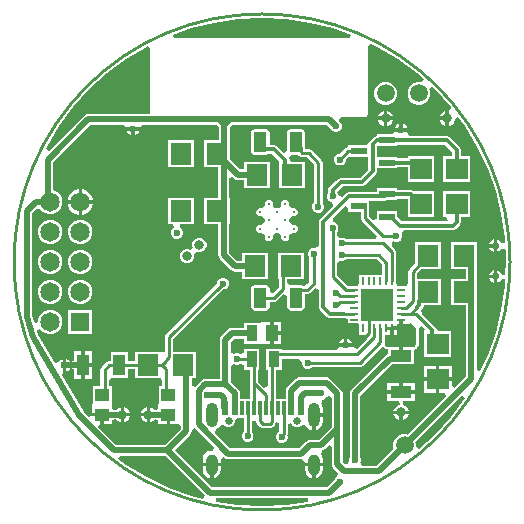
<source format=gtl>
G04*
G04 #@! TF.GenerationSoftware,Altium Limited,Altium Designer,23.4.1 (23)*
G04*
G04 Layer_Physical_Order=1*
G04 Layer_Color=255*
%FSLAX44Y44*%
%MOMM*%
G71*
G04*
G04 #@! TF.SameCoordinates,89D196A3-88CA-4BC0-B6F8-5B7F0D742441*
G04*
G04*
G04 #@! TF.FilePolarity,Positive*
G04*
G01*
G75*
%ADD22R,1.8000X1.8400*%
%ADD23R,0.6000X1.1500*%
%ADD24R,0.3000X1.1500*%
%ADD25R,1.2000X1.0000*%
G04:AMPARAMS|DCode=26|XSize=1.1mm|YSize=1.73mm|CornerRadius=0.11mm|HoleSize=0mm|Usage=FLASHONLY|Rotation=180.000|XOffset=0mm|YOffset=0mm|HoleType=Round|Shape=RoundedRectangle|*
%AMROUNDEDRECTD26*
21,1,1.1000,1.5100,0,0,180.0*
21,1,0.8800,1.7300,0,0,180.0*
1,1,0.2200,-0.4400,0.7550*
1,1,0.2200,0.4400,0.7550*
1,1,0.2200,0.4400,-0.7550*
1,1,0.2200,-0.4400,-0.7550*
%
%ADD26ROUNDEDRECTD26*%
%ADD27R,1.8000X1.0000*%
%ADD28R,0.7000X0.2500*%
%ADD29R,0.2500X0.7000*%
%ADD30R,1.3500X0.6000*%
%ADD31R,1.8400X1.8000*%
%ADD32R,1.1000X1.4000*%
%ADD33R,0.9000X1.4000*%
%ADD34R,1.0000X1.8000*%
%ADD41R,2.7500X2.7500*%
%ADD55C,0.2540*%
%ADD56C,0.5000*%
%ADD57C,0.2300*%
%ADD58C,0.3000*%
%ADD59C,0.3000*%
%ADD60C,1.5000*%
%ADD61O,1.0000X1.8000*%
%ADD62C,0.6500*%
%ADD63O,1.0000X2.1000*%
%ADD64C,1.6500*%
%ADD65R,1.6500X1.6500*%
%ADD66C,0.6000*%
%ADD67C,0.8000*%
G36*
X237528Y416954D02*
X257591Y413978D01*
X277266Y409049D01*
X292315Y403665D01*
X291794Y400665D01*
X142746D01*
X142225Y403665D01*
X157274Y409049D01*
X176949Y413978D01*
X197012Y416954D01*
X217270Y417949D01*
X237528Y416954D01*
D02*
G37*
G36*
X314698Y393545D02*
X332095Y383117D01*
X348386Y371035D01*
X354149Y365811D01*
X352520Y363239D01*
X351890Y363500D01*
X348110D01*
X344619Y362054D01*
X341946Y359381D01*
X340500Y355890D01*
Y352110D01*
X341946Y348619D01*
X344619Y345946D01*
X348110Y344500D01*
X351890D01*
X355381Y345946D01*
X358054Y348619D01*
X359500Y352110D01*
Y355890D01*
X358821Y357528D01*
X361335Y359298D01*
X363414Y357414D01*
X377035Y342386D01*
X377374Y341928D01*
X375500Y339527D01*
Y333000D01*
Y326543D01*
X377705Y327456D01*
X379544Y329295D01*
X380540Y331699D01*
Y332624D01*
X383540Y333615D01*
X389117Y326095D01*
X399545Y308698D01*
X408217Y290363D01*
X415049Y271266D01*
X419978Y251591D01*
X422954Y231528D01*
X423144Y227655D01*
X420173Y226988D01*
X419697Y228138D01*
X418138Y229697D01*
X416500Y230375D01*
Y225000D01*
Y219625D01*
X418138Y220303D01*
X419697Y221862D01*
X422998Y221994D01*
X423434Y221748D01*
X423949Y211270D01*
X423415Y200403D01*
X420540Y200102D01*
X419697Y202138D01*
X418138Y203697D01*
X416500Y204375D01*
Y199000D01*
Y193625D01*
X418138Y194303D01*
X419697Y195862D01*
X420255Y197209D01*
X423225Y196542D01*
X422954Y191012D01*
X419978Y170949D01*
X415049Y151274D01*
X408217Y132177D01*
X402088Y119220D01*
X399088Y119894D01*
Y179500D01*
X399000Y179943D01*
Y192057D01*
X399088Y192500D01*
Y210174D01*
X399000Y210618D01*
Y227874D01*
X377000D01*
Y205474D01*
X389912D01*
Y197200D01*
X377000D01*
Y174800D01*
X389912D01*
Y114401D01*
X380512Y105000D01*
X377740Y106148D01*
Y110500D01*
X367500D01*
Y100460D01*
X372052D01*
X373200Y97688D01*
X340683Y65171D01*
X339890Y65500D01*
X336110D01*
X332619Y64054D01*
X329946Y61381D01*
X328500Y57890D01*
Y54110D01*
X328829Y53317D01*
X314100Y38588D01*
X301902D01*
X301089Y39849D01*
X300413Y41588D01*
X301000Y43005D01*
Y44995D01*
X300588Y45989D01*
Y98099D01*
X327401Y124912D01*
X332500D01*
X332943Y125000D01*
X346000D01*
Y134711D01*
X347050Y137436D01*
X347526Y137784D01*
X348071Y138009D01*
X348173Y138256D01*
X348388Y138413D01*
X349849Y140808D01*
X349939Y141391D01*
X350165Y141935D01*
Y155000D01*
X349999Y155401D01*
X352542Y157101D01*
X355340Y154303D01*
X354800Y153000D01*
X354800D01*
Y131000D01*
X377200D01*
Y153000D01*
X367817D01*
X365046Y153743D01*
X363936Y156421D01*
X363936D01*
X352817Y167540D01*
X352641Y167861D01*
X352057Y170699D01*
X353179Y171821D01*
X354288Y174500D01*
X357060Y174800D01*
X369000D01*
Y197200D01*
X348247D01*
Y201716D01*
X352006Y205474D01*
X369000D01*
Y227874D01*
X347000D01*
Y210480D01*
X342205Y205684D01*
X341168Y203181D01*
Y193370D01*
X340250Y190750D01*
X334066D01*
X331290Y191290D01*
X330849Y194290D01*
X331039Y194750D01*
Y219500D01*
X330003Y222003D01*
X327277Y224728D01*
X327742Y228506D01*
X328168Y228761D01*
X330005Y228000D01*
X331995D01*
X333832Y228761D01*
X335239Y230168D01*
X336000Y232005D01*
Y233995D01*
X335496Y235212D01*
X336390Y237303D01*
X337102Y238212D01*
X379000D01*
X379000Y238212D01*
X381679Y239321D01*
X384679Y242321D01*
X384679Y242321D01*
X385788Y245000D01*
Y249000D01*
X393200D01*
Y271000D01*
X370800D01*
Y249000D01*
X373276D01*
X374756Y246000D01*
X374593Y245788D01*
X335819D01*
X331750Y249858D01*
Y254500D01*
X314250D01*
Y247998D01*
X311250Y246756D01*
X308019Y249986D01*
Y257270D01*
X307750Y257920D01*
Y263212D01*
X321500D01*
X321500Y263212D01*
X322196Y263500D01*
X331750D01*
Y264712D01*
X340800D01*
Y249000D01*
X363200D01*
Y271000D01*
X346158D01*
X345979Y271179D01*
X343300Y272288D01*
X343300Y272288D01*
X331750D01*
Y273500D01*
X314250D01*
Y270788D01*
X290757D01*
X288079Y269679D01*
X288079Y269679D01*
X285000Y266600D01*
X282000Y267843D01*
Y267995D01*
X281239Y269832D01*
X280789Y270282D01*
Y270387D01*
X284966Y274564D01*
X284966Y274564D01*
X284966Y274564D01*
X285614Y275212D01*
X302000D01*
X302000Y275212D01*
X304679Y276321D01*
X313679Y285321D01*
X313679Y285321D01*
X314788Y288000D01*
Y290500D01*
X331750D01*
Y291712D01*
X340800D01*
Y279000D01*
X363200D01*
Y301000D01*
X340800D01*
Y299288D01*
X331750D01*
Y300500D01*
X314788D01*
Y309173D01*
X315115Y309500D01*
X331750D01*
Y310712D01*
X371931D01*
X378212Y304431D01*
Y301000D01*
X370800D01*
Y279000D01*
X393200D01*
Y301000D01*
X385788D01*
Y306000D01*
X385788Y306000D01*
X384679Y308679D01*
X384679D01*
X376179Y317179D01*
X373500Y318288D01*
X373500Y318288D01*
X342045D01*
X342042Y318291D01*
X340288Y321288D01*
X340375Y321500D01*
X329086D01*
X327206Y319500D01*
X314250D01*
Y318078D01*
X312079Y317179D01*
X312079Y317179D01*
X308321Y313421D01*
X307212Y310743D01*
X304440Y310000D01*
X290250D01*
Y308539D01*
X290000D01*
X287497Y307503D01*
X282994Y303000D01*
X282005D01*
X280168Y302239D01*
X278761Y300832D01*
X278000Y298995D01*
Y297005D01*
X278761Y295168D01*
X280168Y293761D01*
X282005Y293000D01*
X283995D01*
X285832Y293761D01*
X287239Y295168D01*
X288000Y297005D01*
Y297994D01*
X288157Y298151D01*
X290250Y300000D01*
Y300000D01*
X290250Y300000D01*
X307212D01*
Y289569D01*
X300431Y282788D01*
X284044D01*
X284044Y282788D01*
X281366Y281679D01*
Y281679D01*
X279608Y279921D01*
X279608Y279921D01*
X274322Y274635D01*
X273212Y271956D01*
X273212Y271956D01*
Y270283D01*
X272761Y269832D01*
X272000Y267995D01*
Y266005D01*
X272761Y264168D01*
X274168Y262761D01*
X276005Y262000D01*
X276157D01*
X277400Y259000D01*
X272821Y254421D01*
X272821Y254421D01*
X266321Y247921D01*
X265212Y245243D01*
X265212Y245243D01*
Y224779D01*
X262212Y222910D01*
X261995Y223000D01*
X260005D01*
X258168Y222239D01*
X256761Y220832D01*
X256000Y218995D01*
Y217005D01*
X256761Y215168D01*
X257461Y214468D01*
Y194393D01*
X255392Y192323D01*
X252873Y190923D01*
X250500Y191905D01*
X241700D01*
X241103Y191658D01*
X238103Y193618D01*
Y196567D01*
X252694D01*
Y218967D01*
X230694D01*
Y196567D01*
X231284D01*
Y189529D01*
X226655Y184901D01*
X223655Y185924D01*
Y188550D01*
X222673Y190923D01*
X220300Y191905D01*
X211500D01*
X209127Y190923D01*
X208145Y188550D01*
Y173450D01*
X209127Y171077D01*
X211500Y170095D01*
X220300D01*
X222673Y171077D01*
X223655Y173450D01*
Y177358D01*
X227344D01*
X229755Y178356D01*
X235345Y183946D01*
X238345Y182704D01*
Y173450D01*
X239327Y171077D01*
X241700Y170095D01*
X250500D01*
X252873Y171077D01*
X253855Y173450D01*
Y183797D01*
X255410D01*
X257913Y184834D01*
X262212Y189133D01*
X265212Y187890D01*
Y173000D01*
X265212Y173000D01*
X266321Y170321D01*
X271821Y164821D01*
Y164821D01*
X274500Y163712D01*
X274500Y163712D01*
X286500D01*
X286750Y163815D01*
X289750Y162690D01*
Y159250D01*
X298710D01*
Y158710D01*
X299250D01*
Y149750D01*
X303710D01*
Y149210D01*
X304962D01*
X306205Y146210D01*
X297874Y137879D01*
X295840Y138068D01*
X294040Y139500D01*
X282584D01*
X280706Y136539D01*
X234000D01*
Y138000D01*
X221000D01*
Y120000D01*
X221961D01*
Y105965D01*
X219189Y104817D01*
X214039Y109966D01*
Y120000D01*
X215000D01*
Y138000D01*
X202000D01*
Y133823D01*
X199000Y133071D01*
X198832Y133239D01*
X196995Y134000D01*
X195005D01*
X193588Y133413D01*
X191849Y134089D01*
X190588Y134902D01*
Y143099D01*
X193901Y146412D01*
X202000D01*
Y142000D01*
X214684Y142000D01*
X217460Y141460D01*
X217776Y141460D01*
X224000D01*
Y151000D01*
Y160540D01*
X217776D01*
X217460Y160540D01*
X214684Y160000D01*
X214460Y160000D01*
X202000D01*
Y155588D01*
X192000D01*
X190244Y155239D01*
X188756Y154244D01*
X182756Y148244D01*
X181761Y146756D01*
X181412Y145000D01*
Y112588D01*
X169393D01*
X167638Y112239D01*
X166149Y111244D01*
X160588Y105683D01*
X159219Y105898D01*
X157588Y106758D01*
Y112802D01*
X161721D01*
Y135202D01*
X141990D01*
Y145984D01*
X184006Y188000D01*
X184995D01*
X186832Y188761D01*
X188239Y190168D01*
X189000Y192005D01*
Y193995D01*
X188239Y195832D01*
X186832Y197239D01*
X184995Y198000D01*
X183005D01*
X181168Y197239D01*
X179761Y195832D01*
X179000Y193995D01*
Y193006D01*
X135948Y149953D01*
X134911Y147451D01*
Y134894D01*
X134720Y134767D01*
X131721Y135202D01*
Y135202D01*
X109721D01*
Y127539D01*
X103500D01*
Y135000D01*
X89500D01*
Y127539D01*
X88000D01*
X85497Y126503D01*
X81497Y122503D01*
X80461Y120000D01*
Y106000D01*
X74000D01*
Y92000D01*
X74000Y92000D01*
X73460Y89540D01*
X73460Y89540D01*
X73460Y89222D01*
Y83500D01*
X82000D01*
Y82000D01*
X83500D01*
Y74460D01*
X90540D01*
Y77495D01*
X93083Y78193D01*
X93540Y78211D01*
X95295Y76456D01*
X97500Y75542D01*
Y82000D01*
Y88457D01*
X95295Y87544D01*
X93540Y85789D01*
X93083Y85807D01*
X90540Y86505D01*
Y89222D01*
X90540Y89540D01*
X90540Y89540D01*
X90000Y92000D01*
X90000Y92000D01*
Y106000D01*
X87539D01*
Y110812D01*
X89500Y113000D01*
X103500D01*
Y120461D01*
X109721D01*
Y112802D01*
X131721D01*
X132461Y110109D01*
Y106000D01*
X130000D01*
X130000Y92316D01*
X129460Y89540D01*
X129460Y89224D01*
Y86505D01*
X126918Y85807D01*
X126460Y85789D01*
X124705Y87544D01*
X122500Y88457D01*
Y82000D01*
Y75542D01*
X124705Y76456D01*
X126460Y78211D01*
X126918Y78193D01*
X129460Y77495D01*
Y74460D01*
X136500D01*
Y82000D01*
X139500D01*
Y74460D01*
X145412D01*
X146540Y74460D01*
X148412Y72235D01*
Y69900D01*
X135099Y56588D01*
X93900D01*
X78800Y71688D01*
X79948Y74460D01*
X80500D01*
Y80500D01*
X72377D01*
X70688Y79800D01*
X66144Y84345D01*
X47756Y115688D01*
X48205Y116778D01*
X48500Y117132D01*
Y124000D01*
Y129375D01*
X46862Y128697D01*
X45303Y127138D01*
X44978Y126352D01*
X41688Y126030D01*
X27792Y149718D01*
X26625Y153560D01*
X29311Y154794D01*
X32194Y151910D01*
X35961Y150350D01*
X40039D01*
X43806Y151910D01*
X46690Y154794D01*
X48250Y158561D01*
Y162639D01*
X46690Y166406D01*
X43806Y169289D01*
X40039Y170850D01*
X35961D01*
X32194Y169289D01*
X29311Y166406D01*
X27750Y162639D01*
Y160180D01*
X24750Y159734D01*
X22921Y165758D01*
Y252432D01*
X26303Y255815D01*
X29311Y256394D01*
X32194Y253510D01*
X35961Y251950D01*
X40039D01*
X43806Y253510D01*
X46690Y256394D01*
X48250Y260161D01*
Y264239D01*
X46690Y268006D01*
X43806Y270889D01*
X40388Y272306D01*
Y295899D01*
X71901Y327412D01*
X100170D01*
X102065Y325500D01*
X113935D01*
X115830Y327412D01*
X179100D01*
X180608Y325904D01*
Y314200D01*
X168000D01*
Y291800D01*
X180412D01*
Y265735D01*
X168000D01*
Y243335D01*
X180412D01*
Y217000D01*
X180761Y215244D01*
X181756Y213756D01*
X190989Y204523D01*
X192477Y203528D01*
X194233Y203179D01*
X200694D01*
Y196567D01*
X222694D01*
Y218967D01*
X200694D01*
Y212355D01*
X196133D01*
X189588Y218901D01*
Y243335D01*
X190000D01*
Y265735D01*
X189588D01*
Y282003D01*
X192360Y283152D01*
X193756Y281756D01*
X195244Y280761D01*
X197000Y280412D01*
X202000D01*
Y273800D01*
X224000D01*
Y296200D01*
X202000D01*
Y289588D01*
X198901D01*
X190000Y298489D01*
Y314200D01*
X189784D01*
Y325295D01*
X191901Y327412D01*
X272099D01*
X275349Y324162D01*
X275761Y323168D01*
X277168Y321761D01*
X279005Y321000D01*
X280995D01*
X282832Y321761D01*
X284239Y323168D01*
X285000Y325005D01*
Y326995D01*
X284239Y328832D01*
X282832Y330239D01*
X282352Y331435D01*
X284380Y334435D01*
X304950D01*
X306481Y335069D01*
X307115Y336600D01*
Y394327D01*
X309649Y395932D01*
X314698Y393545D01*
D02*
G37*
G36*
X122785Y392133D02*
Y336600D01*
X122777Y336588D01*
X70000D01*
X68244Y336239D01*
X66756Y335244D01*
X36613Y305102D01*
X34124Y306855D01*
X34995Y308698D01*
X45423Y326095D01*
X57505Y342386D01*
X71126Y357414D01*
X86154Y371035D01*
X102445Y383117D01*
X119842Y393545D01*
X120251Y393738D01*
X122785Y392133D01*
D02*
G37*
G36*
X290250Y257215D02*
Y254000D01*
X300941D01*
Y248520D01*
X301977Y246017D01*
X314683Y233311D01*
X313535Y230539D01*
X288532D01*
X287832Y231239D01*
X285995Y232000D01*
X284005D01*
X283539Y231807D01*
X280579Y233507D01*
X280539Y233564D01*
Y236468D01*
X281239Y237168D01*
X282000Y239005D01*
Y240995D01*
X281239Y242832D01*
X279832Y244239D01*
X278251Y244894D01*
X277660Y246140D01*
X277115Y248000D01*
X278179Y249064D01*
X278179Y249064D01*
X278179Y249064D01*
X287478Y258363D01*
X290250Y257215D01*
D02*
G37*
G36*
X318941Y209054D02*
Y200250D01*
X299250D01*
Y194066D01*
X298710Y191290D01*
X295710Y190849D01*
X295250Y191039D01*
X289833D01*
X280539Y200333D01*
Y210436D01*
X280579Y210493D01*
X283539Y212193D01*
X284005Y212000D01*
X285995D01*
X287832Y212761D01*
X288532Y213461D01*
X314534D01*
X318941Y209054D01*
D02*
G37*
G36*
X336250Y158710D02*
X340790D01*
Y158710D01*
X343265Y159735D01*
X348000Y155000D01*
Y141935D01*
X346540Y139540D01*
X336500D01*
Y132000D01*
X333500D01*
Y139540D01*
X323460D01*
X321000Y140844D01*
Y143036D01*
X321039Y143131D01*
Y149210D01*
X326000D01*
Y155250D01*
X327500D01*
Y156750D01*
X331290D01*
Y158710D01*
X333250D01*
Y162500D01*
X336250D01*
Y158710D01*
D02*
G37*
G36*
X202000Y124177D02*
Y120000D01*
X206961D01*
Y108500D01*
Y95025D01*
X198588D01*
Y100000D01*
X198239Y101756D01*
X197244Y103244D01*
X190588Y109901D01*
Y123098D01*
X191849Y123911D01*
X193588Y124587D01*
X195005Y124000D01*
X196995D01*
X198832Y124761D01*
X199000Y124929D01*
X202000Y124177D01*
D02*
G37*
G36*
X322446Y137627D02*
X322972Y137577D01*
X323460Y137375D01*
X324000D01*
Y133790D01*
X323744Y133739D01*
X322256Y132744D01*
X292756Y103244D01*
X291761Y101756D01*
X291412Y100000D01*
Y45989D01*
X291000Y44995D01*
Y43005D01*
X289957Y40584D01*
X289356Y39899D01*
X287530Y39958D01*
X285588Y41901D01*
Y70000D01*
Y100000D01*
X285239Y101756D01*
X284244Y103244D01*
X275244Y112244D01*
X273756Y113239D01*
X272000Y113588D01*
X249000D01*
X247244Y113239D01*
X245756Y112244D01*
X238756Y105244D01*
X237761Y103756D01*
X237412Y102000D01*
Y95025D01*
X229039D01*
Y120000D01*
X234000D01*
Y129461D01*
X248774D01*
X251000Y126994D01*
Y125005D01*
X251761Y123168D01*
X253168Y121761D01*
X255005Y121000D01*
X256995D01*
X258832Y121761D01*
X259532Y122461D01*
X300369D01*
X302872Y123497D01*
X317119Y137744D01*
X317450Y137965D01*
X319986Y138931D01*
X322446Y137627D01*
D02*
G37*
G36*
X275807Y97211D02*
X276412Y96326D01*
Y71901D01*
X265100Y60588D01*
X257564D01*
X255808Y60239D01*
X254320Y59244D01*
X248664Y53588D01*
X190291D01*
X177775Y66103D01*
X178615Y69506D01*
X180236Y70589D01*
X181713Y72800D01*
X183001Y73129D01*
X184987Y73213D01*
X186126Y72074D01*
X188056Y71275D01*
X190144D01*
X192074Y72074D01*
X193551Y73551D01*
X194350Y75481D01*
Y77569D01*
X196787Y79525D01*
X201961D01*
Y68032D01*
X200761Y66832D01*
X200000Y64995D01*
Y63005D01*
X200761Y61168D01*
X202168Y59761D01*
X204005Y59000D01*
X205995D01*
X207832Y59761D01*
X209239Y61168D01*
X210000Y63005D01*
Y64995D01*
X209239Y66832D01*
X209039Y67032D01*
Y76310D01*
X211961Y76500D01*
X212997Y73997D01*
X215497Y71497D01*
X218000Y70461D01*
X224035D01*
X226538Y71497D01*
X228003Y72962D01*
X229039Y75465D01*
X231961Y75274D01*
Y67559D01*
X231187Y67239D01*
X229781Y65832D01*
X229020Y63995D01*
Y62005D01*
X229781Y60168D01*
X231187Y58761D01*
X233025Y58000D01*
X235014D01*
X236852Y58761D01*
X238258Y60168D01*
X239020Y62005D01*
Y63995D01*
X238735Y64682D01*
X239039Y65417D01*
Y73944D01*
X242039Y74541D01*
X242449Y73551D01*
X243926Y72074D01*
X245856Y71275D01*
X247944D01*
X249874Y72074D01*
X251013Y73213D01*
X252999Y73129D01*
X254287Y72800D01*
X255764Y70589D01*
X258258Y68923D01*
X259700Y68636D01*
Y81525D01*
X261200D01*
Y83025D01*
X268888D01*
Y87025D01*
X268302Y89967D01*
X267305Y91460D01*
X267692Y92916D01*
X268372Y94463D01*
X268519Y94633D01*
X270138Y95303D01*
X271697Y96862D01*
X274969Y97735D01*
X275807Y97211D01*
D02*
G37*
G36*
X388947Y96216D02*
X377035Y80154D01*
X363414Y65126D01*
X350272Y53214D01*
X349267Y53539D01*
X347500Y54751D01*
Y57890D01*
X347171Y58683D01*
X386669Y98181D01*
X388947Y96216D01*
D02*
G37*
G36*
X176835Y54067D02*
X175357Y51302D01*
X174800Y51413D01*
X171858Y50827D01*
X169364Y49161D01*
X167698Y46667D01*
X167112Y43725D01*
Y41225D01*
X182488D01*
Y43725D01*
X182377Y44282D01*
X185142Y45760D01*
X185146Y45756D01*
X186634Y44761D01*
X188390Y44412D01*
X250564D01*
X250591Y44417D01*
X250984Y44324D01*
X253473Y42257D01*
X253512Y42172D01*
Y41225D01*
X268888D01*
Y43725D01*
X268302Y46667D01*
X267107Y48456D01*
X267094Y48808D01*
X267719Y50807D01*
X268285Y51667D01*
X268756Y51761D01*
X270244Y52756D01*
X273640Y56152D01*
X276412Y55003D01*
Y40000D01*
X276761Y38244D01*
X277756Y36756D01*
X281656Y32855D01*
X281688Y32595D01*
X280777Y29491D01*
X280168Y29239D01*
X278761Y27832D01*
X278349Y26838D01*
X272099Y20588D01*
X174900D01*
X143489Y52000D01*
X156244Y64756D01*
X157239Y66244D01*
X157588Y68000D01*
Y69238D01*
X159219Y70099D01*
X160588Y70313D01*
X176835Y54067D01*
D02*
G37*
G36*
X168820Y13691D02*
X167286Y10983D01*
X157274Y13491D01*
X138177Y20324D01*
X119842Y28995D01*
X102445Y39423D01*
X95718Y44412D01*
X96709Y47412D01*
X135099D01*
X168820Y13691D01*
D02*
G37*
G36*
X256576Y8412D02*
X237528Y5586D01*
X217270Y4591D01*
X197012Y5586D01*
X177964Y8412D01*
X178185Y11412D01*
X256355D01*
X256576Y8412D01*
D02*
G37*
%LPC*%
G36*
X323890Y363500D02*
X320110D01*
X316619Y362054D01*
X313946Y359381D01*
X312500Y355890D01*
Y352110D01*
X313946Y348619D01*
X316619Y345946D01*
X320110Y344500D01*
X323890D01*
X327381Y345946D01*
X330054Y348619D01*
X331500Y352110D01*
Y355890D01*
X330054Y359381D01*
X327381Y362054D01*
X323890Y363500D01*
D02*
G37*
G36*
X372500Y339458D02*
X370295Y338544D01*
X368456Y336705D01*
X367542Y334500D01*
X372500D01*
Y339458D01*
D02*
G37*
G36*
X323500D02*
Y334500D01*
X328457D01*
X327544Y336705D01*
X325705Y338544D01*
X323500Y339458D01*
D02*
G37*
G36*
X320500D02*
X318295Y338544D01*
X316456Y336705D01*
X315543Y334500D01*
X320500D01*
Y339458D01*
D02*
G37*
G36*
X372500Y331500D02*
X367542D01*
X368456Y329295D01*
X370295Y327456D01*
X372500Y326543D01*
Y331500D01*
D02*
G37*
G36*
X328457D02*
X323500D01*
Y326543D01*
X325705Y327456D01*
X327544Y329295D01*
X328457Y331500D01*
D02*
G37*
G36*
X320500D02*
X315543D01*
X316456Y329295D01*
X318295Y327456D01*
X320500Y326543D01*
Y331500D01*
D02*
G37*
G36*
X336500Y328375D02*
Y324500D01*
X340375D01*
X339697Y326138D01*
X338138Y327697D01*
X336500Y328375D01*
D02*
G37*
G36*
X333500D02*
X331862Y327697D01*
X330303Y326138D01*
X329625Y324500D01*
X333500D01*
Y328375D01*
D02*
G37*
G36*
X113375Y322500D02*
X109500D01*
Y318625D01*
X111138Y319303D01*
X112697Y320862D01*
X113375Y322500D01*
D02*
G37*
G36*
X106500D02*
X102625D01*
X103303Y320862D01*
X104862Y319303D01*
X106500Y318625D01*
Y322500D01*
D02*
G37*
G36*
X250500Y323905D02*
X241700D01*
X239327Y322923D01*
X238345Y320550D01*
Y305450D01*
X238482Y305118D01*
X235939Y303419D01*
X229821Y309536D01*
X227143Y310646D01*
X227143Y310646D01*
X223655D01*
Y320550D01*
X222673Y322923D01*
X220300Y323905D01*
X211500D01*
X209127Y322923D01*
X208145Y320550D01*
Y305450D01*
X209127Y303077D01*
X211500Y302095D01*
X220300D01*
X222652Y303069D01*
X225573D01*
X230269Y298374D01*
X232000Y296200D01*
X232000D01*
X232000Y296200D01*
Y273800D01*
X254000D01*
Y296200D01*
X242870D01*
X240614Y297344D01*
X239760Y299885D01*
X240243Y300435D01*
X241759Y302095D01*
X247574D01*
X247827Y301483D01*
X248521Y300790D01*
X251024Y299753D01*
X255242D01*
X261461Y293534D01*
Y261532D01*
X260761Y260832D01*
X260000Y258995D01*
Y257005D01*
X260761Y255168D01*
X262168Y253761D01*
X264005Y253000D01*
X265995D01*
X267832Y253761D01*
X269239Y255168D01*
X270000Y257005D01*
Y258995D01*
X269239Y260832D01*
X268539Y261532D01*
Y295000D01*
X267503Y297503D01*
X259210Y305795D01*
X256708Y306832D01*
X253869D01*
Y308770D01*
X253855Y308804D01*
Y320550D01*
X252873Y322923D01*
X250500Y323905D01*
D02*
G37*
G36*
X160000Y314200D02*
X138000D01*
Y291800D01*
X160000D01*
Y314200D01*
D02*
G37*
G36*
X65546Y272990D02*
X64900D01*
Y263700D01*
X74190D01*
Y264346D01*
X72547Y268312D01*
X69512Y271347D01*
X65546Y272990D01*
D02*
G37*
G36*
X61900D02*
X61254D01*
X57288Y271347D01*
X54253Y268312D01*
X52610Y264346D01*
Y263700D01*
X61900D01*
Y272990D01*
D02*
G37*
G36*
X238400Y263900D02*
X235500D01*
X233450Y261850D01*
Y259051D01*
X232400Y257950D01*
X231299Y256900D01*
X228601D01*
X227500Y257950D01*
X226450Y259051D01*
Y261850D01*
X224400Y263900D01*
X221500D01*
X219450Y261850D01*
Y259051D01*
X218400Y257950D01*
X217299Y256900D01*
X214500D01*
X212450Y254850D01*
Y251950D01*
X214500Y249900D01*
X217299D01*
X218400Y248850D01*
X219450Y247749D01*
Y245051D01*
X218400Y243950D01*
X217299Y242900D01*
X214500D01*
X212450Y240850D01*
Y237950D01*
X214500Y235900D01*
X217299D01*
X218400Y234850D01*
X219450Y233749D01*
Y230950D01*
X221500Y228900D01*
X224400D01*
X226450Y230950D01*
Y233749D01*
X227500Y234850D01*
X228601Y235900D01*
X231299D01*
X232400Y234850D01*
X233450Y233749D01*
Y230950D01*
X235500Y228900D01*
X238400D01*
X240450Y230950D01*
Y233749D01*
X241500Y234850D01*
X242601Y235900D01*
X245400D01*
X247450Y237950D01*
Y240850D01*
X245400Y242900D01*
X242601D01*
X241500Y243950D01*
X240450Y245051D01*
Y247749D01*
X241500Y248850D01*
X242601Y249900D01*
X245400D01*
X247450Y251950D01*
Y254850D01*
X245400Y256900D01*
X242601D01*
X241500Y257950D01*
X240450Y259051D01*
Y261850D01*
X238400Y263900D01*
D02*
G37*
G36*
X74190Y260700D02*
X64900D01*
Y251410D01*
X65546D01*
X69512Y253053D01*
X72547Y256088D01*
X74190Y260054D01*
Y260700D01*
D02*
G37*
G36*
X61900D02*
X52610D01*
Y260054D01*
X54253Y256088D01*
X57288Y253053D01*
X61254Y251410D01*
X61900D01*
Y260700D01*
D02*
G37*
G36*
X160000Y265735D02*
X138000D01*
Y243335D01*
X141804D01*
X142401Y240335D01*
X142168Y240239D01*
X140761Y238832D01*
X140000Y236995D01*
Y235005D01*
X140761Y233168D01*
X142168Y231761D01*
X144005Y231000D01*
X145995D01*
X147832Y231761D01*
X149239Y233168D01*
X150000Y235005D01*
Y236995D01*
X149239Y238832D01*
X147832Y240239D01*
X147599Y240335D01*
X148196Y243335D01*
X160000D01*
Y265735D01*
D02*
G37*
G36*
X65439Y247050D02*
X61361D01*
X57594Y245490D01*
X54710Y242606D01*
X53150Y238839D01*
Y234761D01*
X54710Y230994D01*
X57594Y228111D01*
X61361Y226550D01*
X65439D01*
X69206Y228111D01*
X72090Y230994D01*
X73650Y234761D01*
Y238839D01*
X72090Y242606D01*
X69206Y245490D01*
X65439Y247050D01*
D02*
G37*
G36*
X40039D02*
X35961D01*
X32194Y245490D01*
X29311Y242606D01*
X27750Y238839D01*
Y234761D01*
X29311Y230994D01*
X32194Y228111D01*
X35961Y226550D01*
X40039D01*
X43806Y228111D01*
X46690Y230994D01*
X48250Y234761D01*
Y238839D01*
X46690Y242606D01*
X43806Y245490D01*
X40039Y247050D01*
D02*
G37*
G36*
X413500Y230375D02*
X411862Y229697D01*
X410303Y228138D01*
X409625Y226500D01*
X413500D01*
Y230375D01*
D02*
G37*
G36*
X165464Y232000D02*
X163076D01*
X160871Y231087D01*
X159184Y229399D01*
X158270Y227194D01*
Y224806D01*
X158745Y223660D01*
X156391Y221504D01*
X155194Y222000D01*
X152807D01*
X150601Y221087D01*
X148913Y219399D01*
X148000Y217194D01*
Y214806D01*
X148913Y212601D01*
X150601Y210913D01*
X152807Y210000D01*
X155194D01*
X157399Y210913D01*
X159087Y212601D01*
X160000Y214806D01*
Y217194D01*
X159525Y218340D01*
X161879Y220496D01*
X163076Y220000D01*
X165464D01*
X167669Y220914D01*
X169357Y222601D01*
X170270Y224806D01*
Y227194D01*
X169357Y229399D01*
X167669Y231087D01*
X165464Y232000D01*
D02*
G37*
G36*
X413500Y223500D02*
X409625D01*
X410303Y221862D01*
X411862Y220303D01*
X413500Y219625D01*
Y223500D01*
D02*
G37*
G36*
X65439Y221650D02*
X61361D01*
X57594Y220089D01*
X54710Y217206D01*
X53150Y213439D01*
Y209361D01*
X54710Y205594D01*
X57594Y202710D01*
X61361Y201150D01*
X65439D01*
X69206Y202710D01*
X72090Y205594D01*
X73650Y209361D01*
Y213439D01*
X72090Y217206D01*
X69206Y220089D01*
X65439Y221650D01*
D02*
G37*
G36*
X40039D02*
X35961D01*
X32194Y220089D01*
X29311Y217206D01*
X27750Y213439D01*
Y209361D01*
X29311Y205594D01*
X32194Y202710D01*
X35961Y201150D01*
X40039D01*
X43806Y202710D01*
X46690Y205594D01*
X48250Y209361D01*
Y213439D01*
X46690Y217206D01*
X43806Y220089D01*
X40039Y221650D01*
D02*
G37*
G36*
X413500Y204375D02*
X411862Y203697D01*
X410303Y202138D01*
X409625Y200500D01*
X413500D01*
Y204375D01*
D02*
G37*
G36*
Y197500D02*
X409625D01*
X410303Y195862D01*
X411862Y194303D01*
X413500Y193625D01*
Y197500D01*
D02*
G37*
G36*
X65439Y196250D02*
X61361D01*
X57594Y194690D01*
X54710Y191806D01*
X53150Y188039D01*
Y183961D01*
X54710Y180194D01*
X57594Y177311D01*
X61361Y175750D01*
X65439D01*
X69206Y177311D01*
X72090Y180194D01*
X73650Y183961D01*
Y188039D01*
X72090Y191806D01*
X69206Y194690D01*
X65439Y196250D01*
D02*
G37*
G36*
X40039D02*
X35961D01*
X32194Y194690D01*
X29311Y191806D01*
X27750Y188039D01*
Y183961D01*
X29311Y180194D01*
X32194Y177311D01*
X35961Y175750D01*
X40039D01*
X43806Y177311D01*
X46690Y180194D01*
X48250Y183961D01*
Y188039D01*
X46690Y191806D01*
X43806Y194690D01*
X40039Y196250D01*
D02*
G37*
G36*
X227000Y160540D02*
Y152500D01*
X233540D01*
Y160540D01*
X227000D01*
D02*
G37*
G36*
X73650Y170850D02*
X53150D01*
Y150350D01*
X73650D01*
Y170850D01*
D02*
G37*
G36*
X289500Y146375D02*
Y142500D01*
X293375D01*
X292697Y144138D01*
X291138Y145697D01*
X289500Y146375D01*
D02*
G37*
G36*
X286500D02*
X284862Y145697D01*
X283303Y144138D01*
X282625Y142500D01*
X286500D01*
Y146375D01*
D02*
G37*
G36*
X233540Y149500D02*
X227000D01*
Y141460D01*
X233540D01*
Y149500D01*
D02*
G37*
G36*
X64000Y135540D02*
X57960D01*
Y127099D01*
X54960Y126502D01*
X54697Y127138D01*
X53138Y128697D01*
X51500Y129375D01*
Y124000D01*
Y118625D01*
X53138Y119303D01*
X54697Y120862D01*
X54960Y121498D01*
X57960Y120901D01*
Y112460D01*
X64000D01*
Y124000D01*
Y135540D01*
D02*
G37*
G36*
X73040D02*
X67000D01*
Y125500D01*
X73040D01*
Y135540D01*
D02*
G37*
G36*
X377740Y123540D02*
X367500D01*
Y113500D01*
X377740D01*
Y123540D01*
D02*
G37*
G36*
X364500D02*
X354260D01*
Y113500D01*
X364500D01*
Y123540D01*
D02*
G37*
G36*
X73040Y122500D02*
X67000D01*
Y112460D01*
X73040D01*
Y122500D01*
D02*
G37*
G36*
X346540Y108540D02*
X336500D01*
Y102500D01*
X346540D01*
Y108540D01*
D02*
G37*
G36*
X333500D02*
X323460D01*
Y102500D01*
X333500D01*
Y108540D01*
D02*
G37*
G36*
X364500Y110500D02*
X354260D01*
Y100460D01*
X364500D01*
Y110500D01*
D02*
G37*
G36*
X346540Y99500D02*
X335000D01*
X323460D01*
Y93460D01*
X333506D01*
X333699Y90540D01*
X333414Y90422D01*
X331295Y89544D01*
X329456Y87705D01*
X328543Y85500D01*
X341457D01*
X340544Y87705D01*
X338705Y89544D01*
X336586Y90422D01*
X336301Y90540D01*
X336494Y93460D01*
X346540D01*
Y99500D01*
D02*
G37*
G36*
X119500Y88457D02*
X117295Y87544D01*
X115456Y85705D01*
X114543Y83500D01*
X119500D01*
Y88457D01*
D02*
G37*
G36*
X100500D02*
Y83500D01*
X105457D01*
X104544Y85705D01*
X102705Y87544D01*
X100500Y88457D01*
D02*
G37*
G36*
X341457Y82500D02*
X336500D01*
Y77543D01*
X338705Y78456D01*
X340544Y80295D01*
X341457Y82500D01*
D02*
G37*
G36*
X333500D02*
X328543D01*
X329456Y80295D01*
X331295Y78456D01*
X333500Y77543D01*
Y82500D01*
D02*
G37*
G36*
X119500Y80500D02*
X114543D01*
X115456Y78295D01*
X117295Y76456D01*
X119500Y75542D01*
Y80500D01*
D02*
G37*
G36*
X105457D02*
X100500D01*
Y75542D01*
X102705Y76456D01*
X104544Y78295D01*
X105457Y80500D01*
D02*
G37*
G36*
X331290Y153750D02*
X329000D01*
Y149210D01*
X331290D01*
Y153750D01*
D02*
G37*
G36*
X268888Y80025D02*
X262700D01*
Y68636D01*
X264142Y68923D01*
X266636Y70589D01*
X268302Y73083D01*
X268888Y76025D01*
Y80025D01*
D02*
G37*
G36*
X182488Y38225D02*
X176300D01*
Y28336D01*
X177742Y28623D01*
X180236Y30289D01*
X181903Y32783D01*
X182488Y35725D01*
Y38225D01*
D02*
G37*
G36*
X268888D02*
X262700D01*
Y28336D01*
X264142Y28623D01*
X266636Y30289D01*
X268302Y32783D01*
X268888Y35725D01*
Y38225D01*
D02*
G37*
G36*
X259700D02*
X253512D01*
Y35725D01*
X254097Y32783D01*
X255764Y30289D01*
X258258Y28623D01*
X259700Y28336D01*
Y38225D01*
D02*
G37*
G36*
X173300D02*
X167112D01*
Y35725D01*
X167698Y32783D01*
X169364Y30289D01*
X171858Y28623D01*
X173300Y28336D01*
Y38225D01*
D02*
G37*
%LPD*%
D22*
X149000Y303000D02*
D03*
X179000D02*
D03*
X149000Y254535D02*
D03*
X179000D02*
D03*
X241694Y207767D02*
D03*
X211694D02*
D03*
X243000Y285000D02*
D03*
X213000D02*
D03*
X358000Y216674D02*
D03*
X388000D02*
D03*
X358000Y186000D02*
D03*
X388000D02*
D03*
X120721Y124002D02*
D03*
X150721D02*
D03*
D23*
X250000Y87275D02*
D03*
X242000D02*
D03*
X186000D02*
D03*
X194000D02*
D03*
D24*
X235500D02*
D03*
X230500D02*
D03*
X200500D02*
D03*
X205500D02*
D03*
X210500D02*
D03*
X225500D02*
D03*
X220500D02*
D03*
X215500D02*
D03*
D25*
X82000Y82000D02*
D03*
Y99000D02*
D03*
X138000Y82000D02*
D03*
Y99000D02*
D03*
D26*
X246100Y181000D02*
D03*
X215900D02*
D03*
X246100Y313000D02*
D03*
X215900D02*
D03*
D27*
X335000Y132000D02*
D03*
Y101000D02*
D03*
D28*
X295250Y162500D02*
D03*
Y167500D02*
D03*
Y172500D02*
D03*
Y177500D02*
D03*
Y182500D02*
D03*
Y187500D02*
D03*
X334750D02*
D03*
Y182500D02*
D03*
Y177500D02*
D03*
Y172500D02*
D03*
Y167500D02*
D03*
Y162500D02*
D03*
D29*
X302500Y194750D02*
D03*
X307500D02*
D03*
X312500D02*
D03*
X317500D02*
D03*
X322500D02*
D03*
X327500D02*
D03*
Y155250D02*
D03*
X322500D02*
D03*
X317500D02*
D03*
X312500D02*
D03*
X307500D02*
D03*
X302500D02*
D03*
D30*
X299000Y305000D02*
D03*
X323000Y314500D02*
D03*
Y295500D02*
D03*
X299000Y259000D02*
D03*
X323000Y268500D02*
D03*
Y249500D02*
D03*
D31*
X366000Y142000D02*
D03*
Y112000D02*
D03*
X382000Y260000D02*
D03*
Y290000D02*
D03*
X352000D02*
D03*
Y260000D02*
D03*
D32*
X225500Y151000D02*
D03*
D33*
X208500D02*
D03*
Y129000D02*
D03*
X227500D02*
D03*
D34*
X96500Y124000D02*
D03*
X65500D02*
D03*
D41*
X315000Y175000D02*
D03*
D55*
X427270Y211270D02*
G03*
X427270Y211270I-210000J0D01*
G01*
X322500Y155250D02*
X327500D01*
X265000Y258000D02*
Y295000D01*
X256708Y303292D02*
X265000Y295000D01*
X261000Y192927D02*
Y218000D01*
X255410Y187337D02*
X261000Y192927D01*
X138450Y147451D02*
X184000Y193000D01*
X250330Y303986D02*
X251024Y303292D01*
X250330Y303986D02*
Y308770D01*
X246100Y313000D02*
X250330Y308770D01*
X251024Y303292D02*
X256708D01*
X136000Y128000D02*
X138450Y130450D01*
Y147451D01*
X136000Y127598D02*
Y128000D01*
X132404Y124002D02*
X136000Y127598D01*
X120721Y124002D02*
X132404D01*
X320000Y233000D02*
X331000D01*
X299000Y259000D02*
X302750D01*
X304480Y257270D01*
Y248520D02*
Y257270D01*
Y248520D02*
X320000Y233000D01*
X300369Y126000D02*
X317500Y143131D01*
X256000Y126000D02*
X300369D01*
X298000Y133000D02*
X312500Y147500D01*
X317500Y143131D02*
Y155250D01*
X230730Y133000D02*
X298000D01*
X227500Y129770D02*
X230730Y133000D01*
X227500Y129000D02*
Y129770D01*
X225500Y127000D02*
X227500Y129000D01*
X303000Y147000D02*
X303624D01*
X307480Y150856D01*
X288000Y141000D02*
X297000D01*
X303000Y147000D01*
X312500Y147500D02*
Y155250D01*
X196000Y129000D02*
X208500D01*
X210500Y127000D01*
Y108500D02*
Y127000D01*
X82000Y99000D02*
X84000Y101000D01*
Y120000D02*
X88000Y124000D01*
X84000Y101000D02*
Y120000D01*
X136000Y101000D02*
Y120406D01*
X132404Y124002D02*
X136000Y120406D01*
Y101000D02*
X138000Y99000D01*
X96500Y124000D02*
X120718D01*
X120721Y124002D01*
X88000Y124000D02*
X96500D01*
X235500Y65417D02*
Y87275D01*
X234020Y63936D02*
X235500Y65417D01*
X234020Y63000D02*
Y63936D01*
X205500Y64500D02*
Y87275D01*
X205000Y64000D02*
X205500Y64500D01*
X220500Y87275D02*
Y98500D01*
X210500Y87275D02*
Y108500D01*
X220500Y98500D01*
X225500Y87275D02*
Y127000D01*
X215500Y76500D02*
Y87275D01*
X225500Y75465D02*
Y87275D01*
X218000Y74000D02*
X224035D01*
X215500Y76500D02*
X218000Y74000D01*
X224035D02*
X225500Y75465D01*
X283000Y298000D02*
X290000Y305000D01*
X299000D01*
X358000Y216474D02*
Y216674D01*
X344707Y203181D02*
X358000Y216474D01*
X344707Y178083D02*
Y203181D01*
X339145Y172520D02*
X344707Y178083D01*
X334770Y172520D02*
X339145D01*
X334750Y172500D02*
X334770Y172520D01*
X246100Y181000D02*
Y183106D01*
X250330Y187337D01*
X255410D01*
X285000Y217000D02*
X316000D01*
X285000Y227000D02*
X320000D01*
X277000Y198867D02*
X288367Y187500D01*
X277000Y198867D02*
Y240000D01*
X316000Y217000D02*
X322480Y210520D01*
Y194770D02*
Y210520D01*
X327500Y194750D02*
Y219500D01*
X320000Y227000D02*
X327500Y219500D01*
X322480Y194770D02*
X322500Y194750D01*
X283436Y182500D02*
X295250D01*
X280936Y185000D02*
X283436Y182500D01*
X280000Y185000D02*
X280936D01*
X283436Y177500D02*
X295250D01*
X280936Y175000D02*
X283436Y177500D01*
X280000Y175000D02*
X280936D01*
X288367Y187500D02*
X295250D01*
X286500Y167500D02*
X295250D01*
X307480Y155230D02*
X307500Y155250D01*
X307480Y150856D02*
Y155230D01*
X334750Y167500D02*
X343500D01*
X307500Y155250D02*
Y167500D01*
X315000Y175000D01*
X347500Y167500D02*
X350000Y165000D01*
X343500Y167500D02*
X348750Y172750D01*
X343500Y167500D02*
X347500D01*
D56*
X153000Y88000D02*
Y121723D01*
Y68000D02*
Y88000D01*
X25963Y261963D02*
X37763D01*
X185000Y217000D02*
X194233Y207767D01*
X179000Y254535D02*
X185000Y248535D01*
Y217000D02*
Y248535D01*
Y296800D02*
Y297000D01*
Y296800D02*
X185500Y296300D01*
X185700D01*
X197000Y285000D01*
X179000Y303000D02*
X185000Y297000D01*
X197000Y285000D02*
X213000D01*
X185000Y260535D02*
Y297000D01*
X194233Y207767D02*
X211694D01*
X137000Y52000D02*
X173000Y16000D01*
X274000D02*
X283000Y25000D01*
X173000Y16000D02*
X274000D01*
X137000Y52000D02*
X153000Y68000D01*
X92000Y52000D02*
X137000D01*
X296000Y44000D02*
Y100000D01*
X181000Y332000D02*
X190000D01*
X62484Y81516D02*
X92000Y52000D01*
X281000Y40000D02*
Y70000D01*
Y40000D02*
X287000Y34000D01*
X316000D01*
X332500Y129500D02*
X335000Y132000D01*
X325500Y129500D02*
X332500D01*
X296000Y100000D02*
X325500Y129500D01*
X23560Y147865D02*
X62484Y81516D01*
X18333Y165077D02*
X23560Y147865D01*
X18333Y165077D02*
Y254333D01*
X37763Y261963D02*
X38000Y262200D01*
X18333Y254333D02*
X25963Y261963D01*
X35800Y264400D02*
Y297800D01*
X70000Y332000D01*
X35800Y264400D02*
X38000Y262200D01*
X70000Y332000D02*
X181000D01*
X50000Y124000D02*
X65500D01*
X150721Y124002D02*
X153000Y121723D01*
X179000Y254535D02*
X185000Y260535D01*
X185196Y309196D02*
Y327196D01*
X179000Y303000D02*
X185196Y309196D01*
Y327196D02*
Y327804D01*
Y327196D02*
X190000Y332000D01*
X181000D02*
X185196Y327804D01*
X190000Y332000D02*
X274000D01*
X280000Y326000D01*
X253429Y100000D02*
X267000D01*
X250000Y87275D02*
X250500Y87775D01*
Y97071D02*
X253429Y100000D01*
X250500Y87775D02*
Y97071D01*
X171000Y99000D02*
X182571D01*
X163500Y73890D02*
Y102107D01*
X82000Y82000D02*
X99000D01*
X121000D02*
X138000D01*
X188390Y49000D02*
X250564D01*
X169393Y108000D02*
X186000D01*
X163500Y102107D02*
X169393Y108000D01*
X163500Y73890D02*
X188390Y49000D01*
X186000Y145000D02*
X192000Y151000D01*
X186000Y108000D02*
Y145000D01*
X192000Y151000D02*
X208500D01*
X250564Y49000D02*
X257564Y56000D01*
X185500Y87775D02*
X186000Y87275D01*
X182571Y99000D02*
X185500Y96071D01*
Y87775D02*
Y96071D01*
X242000Y87275D02*
Y102000D01*
X249000Y109000D01*
X186000Y108000D02*
X194000Y100000D01*
Y87275D02*
Y100000D01*
X281000Y70000D02*
Y100000D01*
X272000Y109000D02*
X281000Y100000D01*
X249000Y109000D02*
X272000D01*
X257564Y56000D02*
X267000D01*
X208429Y151071D02*
X208500Y151000D01*
X316000Y34000D02*
X394500Y112500D01*
Y179500D01*
X388000Y186000D02*
X394500Y192500D01*
Y210174D01*
X388000Y216674D02*
X394500Y210174D01*
X388000Y186000D02*
X394500Y179500D01*
X267000Y56000D02*
X281000Y70000D01*
D57*
X215900Y181000D02*
X216133Y180767D01*
X216594D01*
X234694Y200767D02*
X241694Y207767D01*
X234694Y188117D02*
Y200767D01*
X227344Y180767D02*
X234694Y188117D01*
X216594Y180767D02*
X227344D01*
D58*
X236481Y291519D02*
Y297519D01*
Y291519D02*
X243000Y285000D01*
X215900Y310000D02*
Y313000D01*
Y310000D02*
X216461Y309439D01*
X219043Y306857D01*
X227143D01*
X236481Y297519D01*
X275500Y251742D02*
Y251742D01*
X269000Y173000D02*
Y245243D01*
X275500Y251742D01*
Y251742D02*
X290757Y267000D01*
X321500D01*
X269000Y173000D02*
X274500Y167500D01*
X348750Y172750D02*
X350500Y174500D01*
Y178500D01*
X358000Y186000D01*
X282287Y277243D02*
Y277243D01*
X277001Y267033D02*
Y271956D01*
X282287Y277243D01*
Y277243D02*
X284044Y279000D01*
X302000D01*
X323000Y268500D02*
X343300D01*
X321500Y267000D02*
X323000Y268500D01*
X361257Y146743D02*
Y153743D01*
Y146743D02*
X366000Y142000D01*
X350000Y165000D02*
X361257Y153743D01*
X274500Y167500D02*
X286500D01*
X311000Y288000D02*
Y310743D01*
X302000Y279000D02*
X311000Y288000D01*
X314757Y314500D02*
X323000D01*
X311000Y310743D02*
X314757Y314500D01*
X382000Y245000D02*
Y260000D01*
X379000Y242000D02*
X382000Y245000D01*
X334250Y242000D02*
X379000D01*
X323000Y249500D02*
X326750D01*
X334250Y242000D01*
X343300Y268500D02*
X351800Y260000D01*
X352000D01*
X382000Y290000D02*
Y306000D01*
X323000Y314500D02*
X373500D01*
X382000Y306000D01*
X323000Y295500D02*
X346500D01*
X352000Y290000D01*
D59*
X222950Y232400D02*
D03*
X236950D02*
D03*
X215950Y239400D02*
D03*
X229950D02*
D03*
X243950D02*
D03*
X222950Y246400D02*
D03*
X236950D02*
D03*
X215950Y253400D02*
D03*
X229950D02*
D03*
X243950D02*
D03*
X222950Y260400D02*
D03*
X236950D02*
D03*
D60*
X350000Y354000D02*
D03*
X322000D02*
D03*
X338000Y56000D02*
D03*
D61*
X261200Y39725D02*
D03*
X174800D02*
D03*
D62*
X246900Y76525D02*
D03*
X189100D02*
D03*
D63*
X174800Y81525D02*
D03*
X261200D02*
D03*
D64*
X38000Y186000D02*
D03*
X63400D02*
D03*
X38000Y160600D02*
D03*
X63400Y211400D02*
D03*
X38000D02*
D03*
X63400Y236800D02*
D03*
Y262200D02*
D03*
X38000Y236800D02*
D03*
Y262200D02*
D03*
D65*
X63400Y160600D02*
D03*
D66*
X153000Y88000D02*
D03*
X265000Y258000D02*
D03*
X261000Y218000D02*
D03*
X184000Y193000D02*
D03*
X335000Y323000D02*
D03*
X145000Y236000D02*
D03*
X146000Y254000D02*
D03*
X283000Y25000D02*
D03*
X296000Y44000D02*
D03*
X50000Y124000D02*
D03*
X280000Y326000D02*
D03*
X331000Y233000D02*
D03*
X256000Y126000D02*
D03*
X288000Y141000D02*
D03*
X196000Y129000D02*
D03*
X267000Y100000D02*
D03*
X171000Y99000D02*
D03*
X415000Y199000D02*
D03*
Y225000D02*
D03*
X108000Y324000D02*
D03*
X149000Y303000D02*
D03*
X234020Y63000D02*
D03*
X205000Y64000D02*
D03*
X283000Y298000D02*
D03*
X285000Y217000D02*
D03*
Y227000D02*
D03*
X277000Y267000D02*
D03*
Y240000D02*
D03*
X280000Y185000D02*
D03*
Y175000D02*
D03*
D67*
X335000Y84000D02*
D03*
X374000Y333000D02*
D03*
X322000D02*
D03*
X323000Y182000D02*
D03*
X164270Y226000D02*
D03*
X154000Y216000D02*
D03*
X121000Y82000D02*
D03*
X99000D02*
D03*
M02*

</source>
